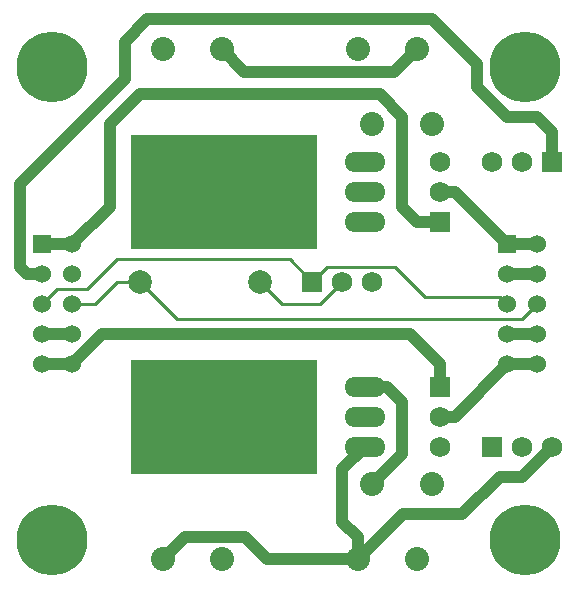
<source format=gbl>
%FSLAX36Y36*%
G04 Gerber Fmt 3.6, Leading zero omitted, Abs format (unit inch)*
G04 Created by KiCad (PCBNEW (2014-jul-16 BZR unknown)-product) date Tue 27 Jan 2015 08:42:02 AM PST*
%MOIN*%
G01*
G04 APERTURE LIST*
%ADD10C,0.003937*%
%ADD11R,0.068000X0.068000*%
%ADD12C,0.068000*%
%ADD13R,0.060000X0.060000*%
%ADD14C,0.060000*%
%ADD15C,0.080000*%
%ADD16O,0.137800X0.066900*%
%ADD17R,0.620000X0.380000*%
%ADD18C,0.078700*%
%ADD19C,0.236220*%
%ADD20C,0.035000*%
%ADD21C,0.010000*%
%ADD22C,0.040000*%
G04 APERTURE END LIST*
D10*
D11*
X5000000Y-4850000D03*
D12*
X5100000Y-4850000D03*
X5200000Y-4850000D03*
D13*
X4100000Y-4725000D03*
D14*
X4200000Y-4725000D03*
X4100000Y-4825000D03*
X4200000Y-4825000D03*
X4100000Y-4925000D03*
X4200000Y-4925000D03*
X4100000Y-5025000D03*
X4200000Y-5025000D03*
X4100000Y-5125000D03*
X4200000Y-5125000D03*
D15*
X4501575Y-5775000D03*
X4698425Y-5775000D03*
X5151575Y-5775000D03*
X5348425Y-5775000D03*
X4698425Y-4075000D03*
X4501575Y-4075000D03*
X5348425Y-4075000D03*
X5151575Y-4075000D03*
D13*
X5650000Y-4725000D03*
D14*
X5750000Y-4725000D03*
X5650000Y-4825000D03*
X5750000Y-4825000D03*
X5650000Y-4925000D03*
X5750000Y-4925000D03*
X5650000Y-5025000D03*
X5750000Y-5025000D03*
X5650000Y-5125000D03*
X5750000Y-5125000D03*
D16*
X5175000Y-5300000D03*
X5175000Y-5400000D03*
X5175000Y-5200000D03*
D17*
X4705000Y-5300000D03*
D16*
X5175000Y-4550000D03*
X5175000Y-4650000D03*
X5175000Y-4450000D03*
D17*
X4705000Y-4550000D03*
D18*
X4825000Y-4850000D03*
X4425000Y-4850000D03*
D15*
X5199500Y-5525000D03*
X5400500Y-5525000D03*
X5199500Y-4325000D03*
X5400500Y-4325000D03*
D11*
X5425000Y-5200000D03*
D12*
X5425000Y-5300000D03*
X5425000Y-5400000D03*
D11*
X5600000Y-5400000D03*
D12*
X5700000Y-5400000D03*
X5800000Y-5400000D03*
D11*
X5800000Y-4450000D03*
D12*
X5700000Y-4450000D03*
X5600000Y-4450000D03*
D11*
X5425000Y-4650000D03*
D12*
X5425000Y-4550000D03*
X5425000Y-4450000D03*
D19*
X5708661Y-5708661D03*
X4133858Y-5708661D03*
X5708661Y-4133858D03*
X4133858Y-4133858D03*
D20*
X4100000Y-4825000D03*
D21*
X4900000Y-4925000D02*
X5025000Y-4925000D01*
X5025000Y-4925000D02*
X5100000Y-4850000D01*
X4825000Y-4850000D02*
X4900000Y-4925000D01*
X5625000Y-4900000D02*
X5375000Y-4900000D01*
X5375000Y-4900000D02*
X5275000Y-4800000D01*
X5275000Y-4800000D02*
X5050000Y-4800000D01*
X5050000Y-4800000D02*
X5000000Y-4850000D01*
X5650000Y-4925000D02*
X5625000Y-4900000D01*
X4925000Y-4775000D02*
X4350000Y-4775000D01*
X4350000Y-4775000D02*
X4250000Y-4875000D01*
X4250000Y-4875000D02*
X4150000Y-4875000D01*
X4150000Y-4875000D02*
X4100000Y-4925000D01*
X5000000Y-4850000D02*
X4925000Y-4775000D01*
X4275000Y-4925000D02*
X4350000Y-4850000D01*
X4350000Y-4850000D02*
X4425000Y-4850000D01*
X4200000Y-4925000D02*
X4275000Y-4925000D01*
X4525000Y-4950000D02*
X4525000Y-4950000D01*
X4525000Y-4950000D02*
X4425000Y-4850000D01*
X5700000Y-4975000D02*
X4550000Y-4975000D01*
X4550000Y-4975000D02*
X4525000Y-4950000D01*
X5750000Y-4925000D02*
X5700000Y-4975000D01*
D22*
X5425000Y-5200000D02*
X5425000Y-5125000D01*
X5425000Y-5125000D02*
X5325000Y-5025000D01*
X4200000Y-5125000D02*
X4300000Y-5025000D01*
X4300000Y-5025000D02*
X5325000Y-5025000D01*
X4200000Y-5125000D02*
X4100000Y-5125000D01*
X5425000Y-5300000D02*
X5475000Y-5300000D01*
X5475000Y-5300000D02*
X5650000Y-5125000D01*
X5750000Y-5125000D02*
X5650000Y-5125000D01*
X4200000Y-5025000D02*
X4100000Y-5025000D01*
X5750000Y-5025000D02*
X5650000Y-5025000D01*
X5151575Y-5775000D02*
X5301575Y-5625000D01*
X5700000Y-5500000D02*
X5800000Y-5400000D01*
X5625000Y-5500000D02*
X5700000Y-5500000D01*
X5500000Y-5625000D02*
X5625000Y-5500000D01*
X5301575Y-5625000D02*
X5500000Y-5625000D01*
X5151575Y-5775000D02*
X5151575Y-5701575D01*
X5100000Y-5475000D02*
X5175000Y-5400000D01*
X5100000Y-5650000D02*
X5100000Y-5475000D01*
X5151575Y-5701575D02*
X5100000Y-5650000D01*
X4576575Y-5700000D02*
X4775000Y-5700000D01*
X4775000Y-5700000D02*
X4850000Y-5775000D01*
X4850000Y-5775000D02*
X5151575Y-5775000D01*
X4501575Y-5775000D02*
X4576575Y-5700000D01*
X4100000Y-4825000D02*
X4050000Y-4825000D01*
X5800000Y-4350000D02*
X5800000Y-4450000D01*
X5750000Y-4300000D02*
X5800000Y-4350000D01*
X5650000Y-4300000D02*
X5750000Y-4300000D01*
X5550000Y-4200000D02*
X5650000Y-4300000D01*
X5550000Y-4125000D02*
X5550000Y-4200000D01*
X5400000Y-3975000D02*
X5550000Y-4125000D01*
X4450000Y-3975000D02*
X5400000Y-3975000D01*
X4375000Y-4050000D02*
X4450000Y-3975000D01*
X4375000Y-4175000D02*
X4375000Y-4050000D01*
X4025000Y-4525000D02*
X4375000Y-4175000D01*
X4025000Y-4800000D02*
X4025000Y-4525000D01*
X4050000Y-4825000D02*
X4025000Y-4800000D01*
X5750000Y-4825000D02*
X5650000Y-4825000D01*
X5165000Y-4150000D02*
X5273425Y-4150000D01*
X5273425Y-4150000D02*
X5348425Y-4075000D01*
X4773425Y-4150000D02*
X5165000Y-4150000D01*
X4698425Y-4075000D02*
X4773425Y-4150000D01*
X5225000Y-4225000D02*
X5300000Y-4300000D01*
X4200000Y-4725000D02*
X4325000Y-4600000D01*
X4325000Y-4325000D02*
X4425000Y-4225000D01*
X4425000Y-4225000D02*
X5225000Y-4225000D01*
X4325000Y-4600000D02*
X4325000Y-4325000D01*
X5350000Y-4650000D02*
X5425000Y-4650000D01*
X5300000Y-4600000D02*
X5350000Y-4650000D01*
X5300000Y-4300000D02*
X5300000Y-4600000D01*
X4100000Y-4725000D02*
X4200000Y-4725000D01*
X5650000Y-4725000D02*
X5475000Y-4550000D01*
X5475000Y-4550000D02*
X5425000Y-4550000D01*
X5750000Y-4725000D02*
X5650000Y-4725000D01*
X5199500Y-5525000D02*
X5300000Y-5424500D01*
X5250000Y-5200000D02*
X5175000Y-5200000D01*
X5300000Y-5250000D02*
X5250000Y-5200000D01*
X5300000Y-5424500D02*
X5300000Y-5250000D01*
M02*

</source>
